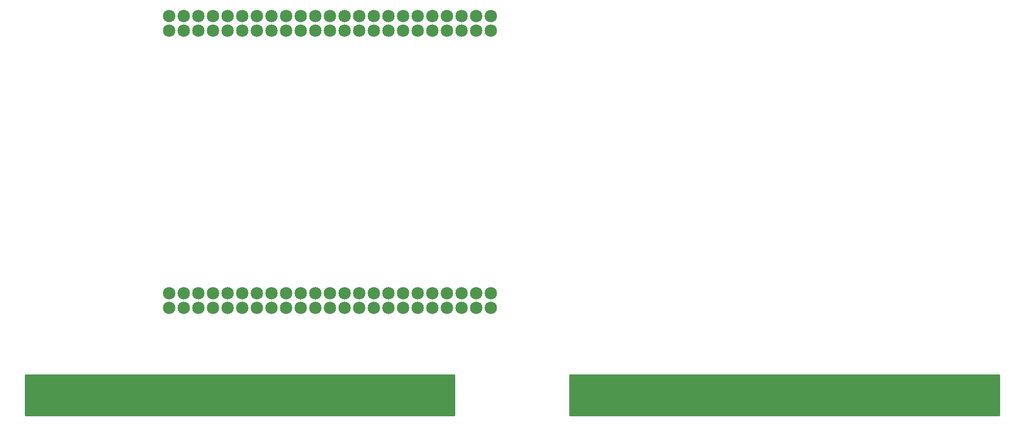
<source format=gbs>
G04 (created by PCBNEW (2013-mar-25)-stable) date Friday, November 01, 2013 02:29:01 PM*
%MOIN*%
G04 Gerber Fmt 3.4, Leading zero omitted, Abs format*
%FSLAX34Y34*%
G01*
G70*
G90*
G04 APERTURE LIST*
%ADD10C,2.3622e-06*%
%ADD11C,0.085*%
%ADD12C,0.01*%
G04 APERTURE END LIST*
G54D10*
G54D11*
X45750Y-32500D03*
X45750Y-31500D03*
X44750Y-32500D03*
X44750Y-31500D03*
X43750Y-32500D03*
X43750Y-31500D03*
X42750Y-32500D03*
X42750Y-31500D03*
X41750Y-32500D03*
X41750Y-31500D03*
X40750Y-32500D03*
X40750Y-31500D03*
X39750Y-32500D03*
X39750Y-31500D03*
X38750Y-32500D03*
X38750Y-31500D03*
X37750Y-32500D03*
X37750Y-31500D03*
X36750Y-32500D03*
X36750Y-31500D03*
X35750Y-32500D03*
X35750Y-31500D03*
X34750Y-32500D03*
X34750Y-31500D03*
X33750Y-32500D03*
X33750Y-31500D03*
X32750Y-32500D03*
X32750Y-31500D03*
X31750Y-32500D03*
X31750Y-31500D03*
X30750Y-32500D03*
X30750Y-31500D03*
X29750Y-32500D03*
X29750Y-31500D03*
X28750Y-32500D03*
X28750Y-31500D03*
X27750Y-32500D03*
X27750Y-31500D03*
X26750Y-32500D03*
X26750Y-31500D03*
X25750Y-32500D03*
X25750Y-31500D03*
X24750Y-32500D03*
X24750Y-31500D03*
X23750Y-32500D03*
X23750Y-31500D03*
X45750Y-13500D03*
X45750Y-12500D03*
X44750Y-13500D03*
X44750Y-12500D03*
X43750Y-13500D03*
X43750Y-12500D03*
X42750Y-13500D03*
X42750Y-12500D03*
X41750Y-13500D03*
X41750Y-12500D03*
X40750Y-13500D03*
X40750Y-12500D03*
X39750Y-13500D03*
X39750Y-12500D03*
X38750Y-13500D03*
X38750Y-12500D03*
X37750Y-13500D03*
X37750Y-12500D03*
X36750Y-13500D03*
X36750Y-12500D03*
X35750Y-13500D03*
X35750Y-12500D03*
X34750Y-13500D03*
X34750Y-12500D03*
X33750Y-13500D03*
X33750Y-12500D03*
X32750Y-13500D03*
X32750Y-12500D03*
X31750Y-13500D03*
X31750Y-12500D03*
X30750Y-13500D03*
X30750Y-12500D03*
X29750Y-13500D03*
X29750Y-12500D03*
X28750Y-13500D03*
X28750Y-12500D03*
X27750Y-13500D03*
X27750Y-12500D03*
X26750Y-13500D03*
X26750Y-12500D03*
X25750Y-13500D03*
X25750Y-12500D03*
X24750Y-13500D03*
X24750Y-12500D03*
X23750Y-13500D03*
X23750Y-12500D03*
G54D10*
G36*
X43250Y-39850D02*
X13900Y-39850D01*
X13900Y-37100D01*
X43250Y-37100D01*
X43250Y-39850D01*
X43250Y-39850D01*
G37*
G54D12*
X43250Y-39850D02*
X13900Y-39850D01*
X13900Y-37100D01*
X43250Y-37100D01*
X43250Y-39850D01*
G54D10*
G36*
X80500Y-39850D02*
X51150Y-39850D01*
X51150Y-37100D01*
X80500Y-37100D01*
X80500Y-39850D01*
X80500Y-39850D01*
G37*
G54D12*
X80500Y-39850D02*
X51150Y-39850D01*
X51150Y-37100D01*
X80500Y-37100D01*
X80500Y-39850D01*
M02*

</source>
